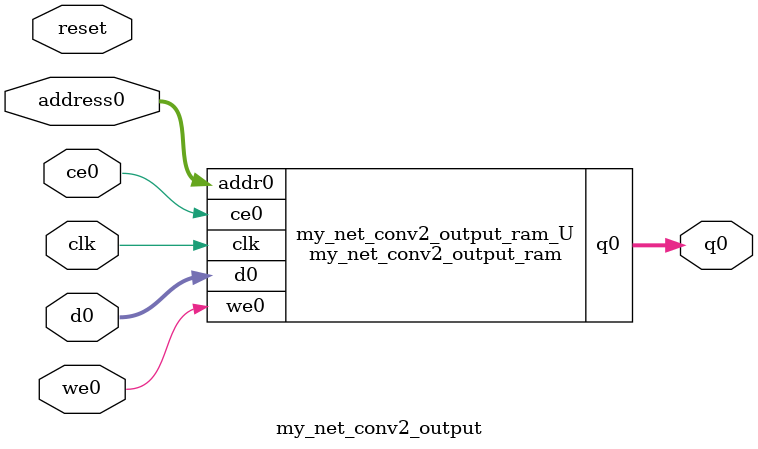
<source format=v>
`timescale 1 ns / 1 ps
module my_net_conv2_output_ram (addr0, ce0, d0, we0, q0,  clk);

parameter DWIDTH = 16;
parameter AWIDTH = 12;
parameter MEM_SIZE = 3200;

input[AWIDTH-1:0] addr0;
input ce0;
input[DWIDTH-1:0] d0;
input we0;
output reg[DWIDTH-1:0] q0;
input clk;

(* ram_style = "block" *)reg [DWIDTH-1:0] ram[0:MEM_SIZE-1];




always @(posedge clk)  
begin 
    if (ce0) 
    begin
        if (we0) 
        begin 
            ram[addr0] <= d0; 
        end 
        q0 <= ram[addr0];
    end
end


endmodule

`timescale 1 ns / 1 ps
module my_net_conv2_output(
    reset,
    clk,
    address0,
    ce0,
    we0,
    d0,
    q0);

parameter DataWidth = 32'd16;
parameter AddressRange = 32'd3200;
parameter AddressWidth = 32'd12;
input reset;
input clk;
input[AddressWidth - 1:0] address0;
input ce0;
input we0;
input[DataWidth - 1:0] d0;
output[DataWidth - 1:0] q0;



my_net_conv2_output_ram my_net_conv2_output_ram_U(
    .clk( clk ),
    .addr0( address0 ),
    .ce0( ce0 ),
    .we0( we0 ),
    .d0( d0 ),
    .q0( q0 ));

endmodule


</source>
